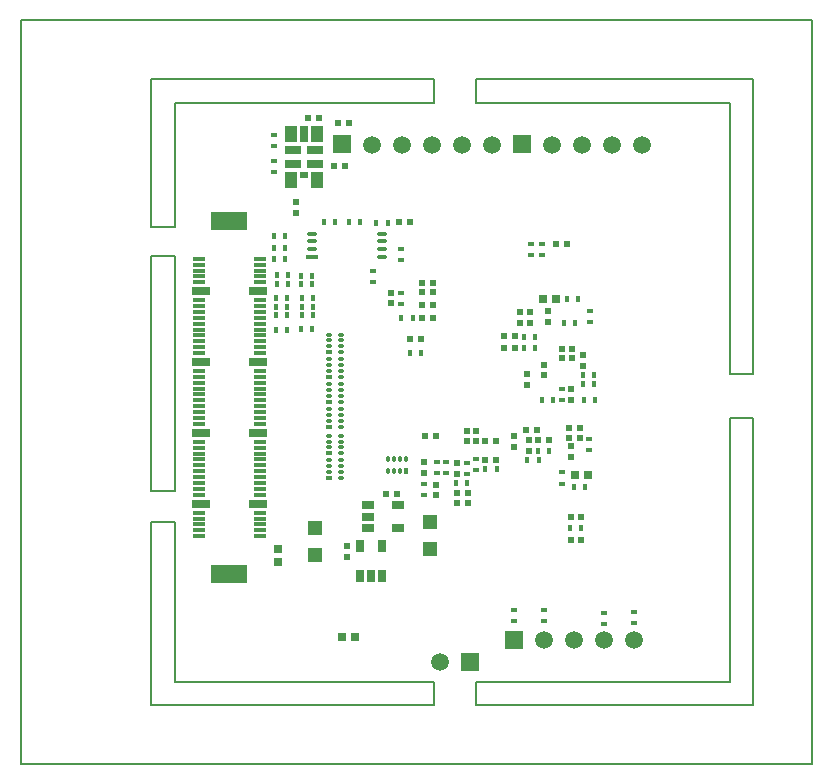
<source format=gbp>
G04 (created by PCBNEW (2013-05-31 BZR 4019)-stable) date 11/04/2014 15:09:40*
%MOIN*%
G04 Gerber Fmt 3.4, Leading zero omitted, Abs format*
%FSLAX34Y34*%
G01*
G70*
G90*
G04 APERTURE LIST*
%ADD10C,0.00590551*%
%ADD11C,0.0077*%
%ADD12R,0.0432X0.0117*%
%ADD13R,0.0589X0.0275*%
%ADD14R,0.122X0.0629*%
%ADD15R,0.0433X0.0118*%
%ADD16R,0.0472X0.051*%
%ADD17R,0.0175X0.0195*%
%ADD18R,0.0195X0.0175*%
%ADD19R,0.0275X0.0314*%
%ADD20R,0.0314X0.0275*%
%ADD21R,0.0195X0.0195*%
%ADD22C,0.0597*%
%ADD23R,0.0597X0.0597*%
%ADD24R,0.0389X0.0271*%
%ADD25R,0.0271X0.0389*%
%ADD26R,0.0394X0.0138*%
%ADD27O,0.0394X0.0138*%
%ADD28O,0.0394X0.0137*%
%ADD29O,0.0235X0.0117*%
%ADD30R,0.0235X0.0117*%
%ADD31O,0.0117X0.0235*%
%ADD32R,0.0117X0.0235*%
%ADD33R,0.0531496X0.0275591*%
%ADD34R,0.0393701X0.0531496*%
%ADD35R,0.0275591X0.023622*%
%ADD36R,0.0275591X0.0531496*%
G04 APERTURE END LIST*
G54D10*
G54D11*
X42606Y-52483D02*
X42606Y-27680D01*
X68983Y-52483D02*
X42606Y-52483D01*
X68983Y-27680D02*
X68983Y-52483D01*
X42606Y-27680D02*
X68983Y-27680D01*
X66228Y-30437D02*
X66228Y-39492D01*
X57764Y-30437D02*
X66228Y-30437D01*
X57764Y-29650D02*
X57764Y-30437D01*
X67016Y-29650D02*
X57764Y-29650D01*
X67016Y-39492D02*
X67016Y-29650D01*
X66228Y-39492D02*
X67016Y-39492D01*
X57764Y-50515D02*
X57764Y-49728D01*
X67016Y-50515D02*
X57764Y-50515D01*
X67016Y-40948D02*
X67016Y-50515D01*
X66228Y-40948D02*
X67016Y-40948D01*
X66228Y-49728D02*
X66228Y-40948D01*
X57764Y-49728D02*
X66228Y-49728D01*
X46936Y-50515D02*
X46936Y-44413D01*
X56386Y-50515D02*
X46936Y-50515D01*
X56386Y-49728D02*
X56386Y-50515D01*
X47724Y-49728D02*
X56386Y-49728D01*
X47724Y-44413D02*
X47724Y-49728D01*
X46936Y-44413D02*
X47724Y-44413D01*
X46936Y-43390D02*
X46936Y-35555D01*
X47724Y-43390D02*
X46936Y-43390D01*
X47724Y-35555D02*
X47724Y-43390D01*
X46936Y-35555D02*
X47724Y-35555D01*
X47724Y-30437D02*
X47724Y-34570D01*
X46936Y-34570D02*
X47724Y-34570D01*
X46936Y-29648D02*
X46936Y-34570D01*
X46936Y-29648D02*
X56384Y-29648D01*
X56384Y-29648D02*
X56384Y-30437D01*
X47724Y-30437D02*
X56384Y-30437D01*
G54D12*
X48532Y-35636D03*
X48532Y-35832D03*
X48532Y-36029D03*
X48532Y-36226D03*
X48532Y-36422D03*
X50576Y-36422D03*
X50576Y-36226D03*
X50578Y-36029D03*
X50578Y-35832D03*
X50578Y-35636D03*
X48534Y-37009D03*
X48534Y-37207D03*
X48534Y-37404D03*
X48534Y-37599D03*
X48534Y-37797D03*
X48534Y-37994D03*
X48534Y-38189D03*
X48534Y-38387D03*
X48534Y-38586D03*
X48534Y-38782D03*
X50578Y-38782D03*
X50581Y-38584D03*
X50581Y-38387D03*
X50578Y-38189D03*
X50578Y-37994D03*
X50581Y-37796D03*
X50581Y-37599D03*
X50581Y-37402D03*
X50581Y-37206D03*
X50581Y-37009D03*
X50581Y-39371D03*
X50581Y-39567D03*
X50581Y-39764D03*
X50581Y-39961D03*
X50581Y-40157D03*
X50579Y-40356D03*
X50579Y-40551D03*
X50581Y-40749D03*
X50581Y-40946D03*
X50579Y-41144D03*
X48534Y-41144D03*
X48534Y-40947D03*
X48534Y-40749D03*
X48534Y-40551D03*
X48534Y-40356D03*
X48534Y-40159D03*
X48534Y-39961D03*
X48534Y-39766D03*
X48534Y-39569D03*
X48534Y-39371D03*
X48530Y-41736D03*
X48530Y-41934D03*
X48530Y-42131D03*
X48530Y-42327D03*
X48530Y-42524D03*
X48530Y-42721D03*
X48530Y-42917D03*
X48530Y-43114D03*
X48530Y-43312D03*
X48530Y-43509D03*
X50578Y-44099D03*
X50578Y-44296D03*
X50578Y-44492D03*
X50576Y-44689D03*
X50576Y-44886D03*
G54D13*
X50498Y-39079D03*
X48610Y-39079D03*
X48610Y-41441D03*
X50498Y-41441D03*
X48610Y-36716D03*
X50498Y-36716D03*
X50498Y-43804D03*
G54D14*
X49554Y-34374D03*
X49554Y-46140D03*
G54D13*
X48610Y-43804D03*
G54D12*
X48532Y-44886D03*
G54D15*
X48531Y-44689D03*
G54D12*
X48532Y-44492D03*
X48532Y-44296D03*
X48532Y-44099D03*
X50576Y-43509D03*
X50577Y-43311D03*
X50577Y-43114D03*
X50576Y-42917D03*
X50576Y-42721D03*
X50577Y-42523D03*
X50577Y-42327D03*
X50577Y-42130D03*
X50577Y-41933D03*
X50577Y-41736D03*
G54D16*
X52390Y-44611D03*
X52390Y-45515D03*
X56248Y-44414D03*
X56248Y-45318D03*
G54D17*
X53906Y-34410D03*
X53536Y-34410D03*
X51512Y-36189D03*
X51142Y-36189D03*
X61279Y-44618D03*
X60909Y-44618D03*
G54D18*
X51023Y-31877D03*
X51023Y-31507D03*
X51023Y-32374D03*
X51023Y-32744D03*
G54D17*
X51402Y-35638D03*
X51032Y-35638D03*
X51488Y-38008D03*
X51118Y-38008D03*
G54D18*
X54326Y-36417D03*
X54326Y-36047D03*
G54D17*
X51512Y-36461D03*
X51142Y-36461D03*
X51476Y-37232D03*
X51106Y-37232D03*
X51969Y-37240D03*
X52339Y-37240D03*
X51941Y-36197D03*
X52311Y-36197D03*
G54D18*
X55271Y-35681D03*
X55271Y-35311D03*
G54D17*
X51945Y-37992D03*
X52315Y-37992D03*
X53079Y-34410D03*
X52709Y-34410D03*
X51480Y-37508D03*
X51110Y-37508D03*
X54453Y-34433D03*
X54823Y-34433D03*
G54D18*
X59606Y-35130D03*
X59606Y-35500D03*
X59961Y-35130D03*
X59961Y-35500D03*
X59039Y-47713D03*
X59039Y-47343D03*
X60047Y-47721D03*
X60047Y-47351D03*
X62036Y-47807D03*
X62036Y-47437D03*
X63051Y-47776D03*
X63051Y-47406D03*
X56484Y-42792D03*
X56484Y-42422D03*
G54D17*
X58087Y-42642D03*
X58457Y-42642D03*
X55658Y-37614D03*
X55288Y-37614D03*
G54D18*
X55284Y-36764D03*
X55284Y-37134D03*
G54D17*
X59382Y-38228D03*
X59752Y-38228D03*
X59488Y-42347D03*
X59858Y-42347D03*
X59831Y-42044D03*
X60201Y-42044D03*
X61713Y-39500D03*
X61343Y-39500D03*
X59382Y-38610D03*
X59752Y-38610D03*
G54D18*
X60638Y-39984D03*
X60638Y-40354D03*
G54D17*
X59969Y-40355D03*
X60339Y-40355D03*
X61358Y-40351D03*
X61728Y-40351D03*
G54D18*
X61551Y-41642D03*
X61551Y-42012D03*
X56764Y-42421D03*
X56764Y-42791D03*
G54D17*
X60697Y-37768D03*
X61067Y-37768D03*
X51965Y-36953D03*
X52335Y-36953D03*
G54D18*
X60646Y-42760D03*
X60646Y-43130D03*
G54D17*
X61398Y-43256D03*
X61028Y-43256D03*
X60795Y-36981D03*
X61165Y-36981D03*
G54D18*
X61571Y-37756D03*
X61571Y-37386D03*
X57768Y-42685D03*
X57768Y-42315D03*
G54D17*
X61721Y-39799D03*
X61351Y-39799D03*
X55941Y-38776D03*
X55571Y-38776D03*
G54D18*
X56051Y-43146D03*
X56051Y-43516D03*
G54D17*
X51410Y-34890D03*
X51040Y-34890D03*
X51040Y-35280D03*
X51410Y-35280D03*
X52339Y-37512D03*
X51969Y-37512D03*
X51476Y-36957D03*
X51106Y-36957D03*
X51941Y-36469D03*
X52311Y-36469D03*
X57484Y-43122D03*
X57114Y-43122D03*
G54D18*
X57465Y-42449D03*
X57465Y-42819D03*
G54D19*
X60440Y-36984D03*
X60010Y-36984D03*
X53309Y-48228D03*
X53739Y-48228D03*
X61073Y-42847D03*
X61503Y-42847D03*
G54D20*
X51169Y-45305D03*
X51169Y-45735D03*
G54D21*
X61228Y-41626D03*
X61228Y-41272D03*
X60949Y-40346D03*
X60949Y-39992D03*
X60878Y-41626D03*
X60878Y-41272D03*
X60634Y-38634D03*
X60988Y-38634D03*
X56437Y-41545D03*
X56083Y-41545D03*
X60634Y-38945D03*
X60988Y-38945D03*
X56047Y-42426D03*
X56047Y-42780D03*
X55130Y-43477D03*
X54776Y-43477D03*
X57500Y-43783D03*
X57146Y-43783D03*
X55981Y-37610D03*
X56335Y-37610D03*
X57500Y-43453D03*
X57146Y-43453D03*
X57150Y-42445D03*
X57150Y-42799D03*
X55209Y-34425D03*
X55563Y-34425D03*
X60445Y-35130D03*
X60799Y-35130D03*
X61279Y-44259D03*
X60925Y-44259D03*
X61287Y-45011D03*
X60933Y-45011D03*
X59539Y-42047D03*
X59539Y-41693D03*
X54949Y-37126D03*
X54949Y-36772D03*
X57768Y-41721D03*
X57768Y-41367D03*
X57484Y-41717D03*
X57484Y-41363D03*
X59476Y-39843D03*
X59476Y-39489D03*
X55929Y-38299D03*
X55575Y-38299D03*
X56437Y-43166D03*
X56437Y-43520D03*
X59067Y-38217D03*
X58713Y-38217D03*
X59075Y-38595D03*
X58721Y-38595D03*
X61343Y-39209D03*
X61343Y-38855D03*
X60039Y-39169D03*
X60039Y-39523D03*
X59035Y-41899D03*
X59035Y-41545D03*
X60162Y-37732D03*
X60162Y-37378D03*
X60205Y-41685D03*
X59851Y-41685D03*
X60941Y-41890D03*
X60941Y-42244D03*
X55981Y-37169D03*
X56335Y-37169D03*
X55977Y-36756D03*
X56331Y-36756D03*
X55988Y-36453D03*
X56342Y-36453D03*
X59236Y-37780D03*
X59236Y-37426D03*
X59579Y-37780D03*
X59579Y-37426D03*
X58087Y-42339D03*
X58441Y-42339D03*
X58079Y-41717D03*
X58433Y-41717D03*
X53469Y-45225D03*
X53469Y-45579D03*
X59445Y-41343D03*
X59799Y-41343D03*
G54D22*
X58307Y-31834D03*
X57307Y-31834D03*
X56307Y-31834D03*
X55307Y-31834D03*
G54D23*
X53307Y-31814D03*
G54D22*
X54307Y-31834D03*
G54D23*
X57576Y-49079D03*
G54D22*
X56576Y-49079D03*
G54D24*
X54184Y-44603D03*
X54184Y-43853D03*
X55184Y-44603D03*
X54184Y-44228D03*
X55184Y-43853D03*
G54D25*
X54646Y-46200D03*
X53896Y-46200D03*
X54646Y-45200D03*
X54271Y-46200D03*
X53896Y-45200D03*
G54D26*
X52291Y-35567D03*
G54D27*
X52291Y-35311D03*
X52291Y-35055D03*
X52291Y-34799D03*
G54D28*
X54654Y-35567D03*
G54D27*
X54654Y-35311D03*
X54654Y-35055D03*
X54654Y-34799D03*
G54D29*
X53256Y-38752D03*
X53256Y-38555D03*
X53256Y-38162D03*
X52862Y-38162D03*
G54D30*
X52862Y-38752D03*
G54D29*
X53256Y-38359D03*
X52862Y-38359D03*
X52862Y-38555D03*
X53256Y-39567D03*
X53256Y-39370D03*
X53256Y-38977D03*
X52862Y-38977D03*
G54D30*
X52862Y-39567D03*
G54D29*
X53256Y-39174D03*
X52862Y-39174D03*
X52862Y-39370D03*
X53256Y-40402D03*
X53256Y-40205D03*
X53256Y-39812D03*
X52862Y-39812D03*
G54D30*
X52862Y-40402D03*
G54D29*
X53256Y-40009D03*
X52862Y-40009D03*
X52862Y-40205D03*
X53256Y-41236D03*
X53256Y-41039D03*
X53256Y-40646D03*
X52862Y-40646D03*
G54D30*
X52862Y-41236D03*
G54D29*
X53256Y-40843D03*
X52862Y-40843D03*
X52862Y-41039D03*
X53256Y-42122D03*
X53256Y-41925D03*
X53256Y-41532D03*
X52862Y-41532D03*
G54D30*
X52862Y-42122D03*
G54D29*
X53256Y-41729D03*
X52862Y-41729D03*
X52862Y-41925D03*
X53256Y-42941D03*
X53256Y-42744D03*
X53256Y-42351D03*
X52862Y-42351D03*
G54D30*
X52862Y-42941D03*
G54D29*
X53256Y-42548D03*
X52862Y-42548D03*
X52862Y-42744D03*
G54D31*
X55425Y-42319D03*
X55228Y-42319D03*
X54835Y-42319D03*
X54835Y-42713D03*
G54D32*
X55425Y-42713D03*
G54D31*
X55032Y-42319D03*
X55032Y-42713D03*
X55228Y-42713D03*
G54D33*
X51683Y-32007D03*
G54D34*
X52480Y-31486D03*
X52480Y-33001D03*
X51614Y-33001D03*
X51614Y-31486D03*
G54D35*
X52047Y-32854D03*
G54D36*
X52047Y-31486D03*
G54D33*
X51683Y-32480D03*
X52411Y-32007D03*
X52412Y-32480D03*
G54D21*
X53405Y-32559D03*
X53051Y-32559D03*
X51781Y-33740D03*
X51781Y-34094D03*
X53523Y-31114D03*
X53169Y-31114D03*
X52539Y-30956D03*
X52185Y-30956D03*
G54D22*
X63314Y-31834D03*
X62314Y-31834D03*
X61314Y-31834D03*
G54D23*
X59314Y-31814D03*
G54D22*
X60314Y-31834D03*
X63043Y-48350D03*
X62043Y-48350D03*
X61043Y-48350D03*
G54D23*
X59043Y-48330D03*
G54D22*
X60043Y-48350D03*
M02*

</source>
